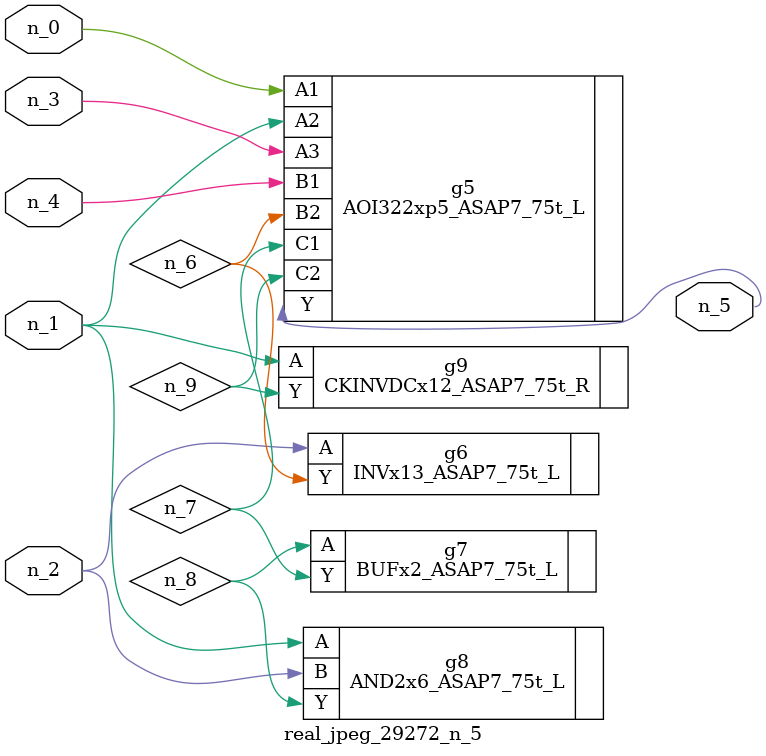
<source format=v>
module real_jpeg_29272_n_5 (n_4, n_0, n_1, n_2, n_3, n_5);

input n_4;
input n_0;
input n_1;
input n_2;
input n_3;

output n_5;

wire n_8;
wire n_6;
wire n_7;
wire n_9;

AOI322xp5_ASAP7_75t_L g5 ( 
.A1(n_0),
.A2(n_1),
.A3(n_3),
.B1(n_4),
.B2(n_6),
.C1(n_7),
.C2(n_9),
.Y(n_5)
);

AND2x6_ASAP7_75t_L g8 ( 
.A(n_1),
.B(n_2),
.Y(n_8)
);

CKINVDCx12_ASAP7_75t_R g9 ( 
.A(n_1),
.Y(n_9)
);

INVx13_ASAP7_75t_L g6 ( 
.A(n_2),
.Y(n_6)
);

BUFx2_ASAP7_75t_L g7 ( 
.A(n_8),
.Y(n_7)
);


endmodule
</source>
